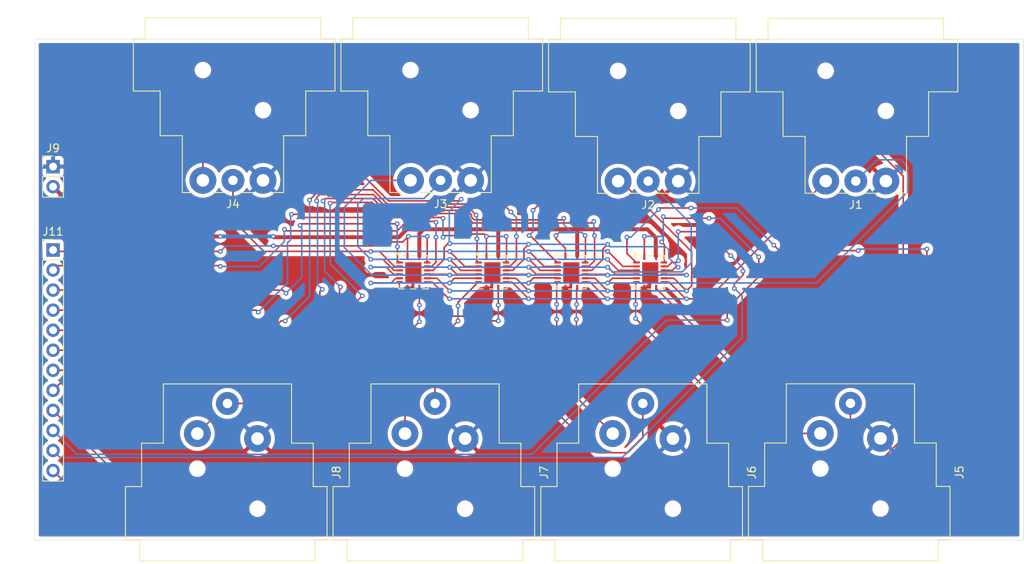
<source format=kicad_pcb>
(kicad_pcb (version 20240108) (generator "pcbnew") (generator_version "8.0")
  (layers (0 "F.Cu" signal) (31 "B.Cu" signal) (34 "B.Paste" user) (35 "F.Paste" user) (36 "B.SilkS" user "B.Silkscreen") (37 "F.SilkS" user "F.Silkscreen") (38 "B.Mask" user) (39 "F.Mask" user) (44 "Edge.Cuts" user))
  (net 0 "")
  (net 1 "Net-(U1-2S2)")
  (net 2 "Net-(U1-1~{EN})")
  (net 3 "Net-(U1-1S1)")
  (net 4 "Net-(U1-V+)")
  (net 5 "Net-(U1-2D)")
  (net 6 "Net-(U4-IN1)")
  (net 7 "Net-(U1-1D)")
  (net 8 "Net-(U1-1S3)")
  (net 9 "Net-(U1-IN1)")
  (net 10 "Net-(U1-2S4)")
  (net 11 "Net-(U1-2S1)")
  (net 12 "Net-(U1-2S3)")
  (net 13 "Net-(U2-1~{EN})")
  (net 14 "Net-(U1-1S4)")
  (net 15 "Net-(U2-2D)")
  (net 16 "Net-(U3-1~{EN})")
  (net 17 "Net-(U2-1D)")
  (net 18 "Net-(U4-1~{EN})")
  (net 19 "Net-(U3-IN2)")
  (net 20 "Net-(U4-IN2)")
  (net 21 "Net-(U3-1D)")
  (net 22 "Net-(U1-IN2)")
  (net 23 "Net-(U3-2D)")
  (net 24 "Net-(U3-IN1)")
  (net 25 "Net-(U2-IN1)")
  (net 26 "Net-(U4-2D)")
  (net 27 "Net-(U4-1D)")
  (net 28 "Net-(U2-IN2)")
  (net 29 "Net-(U1-1S2)")
  (net 30 "GND")
  (footprint "Connector_Audio:Jack_XLR_Neutrik_NC3FAH1-DA_Horizontal" (layer "F.Cu") (at 130.9 111.11 -90)
    (property "Reference" "J7")
    (property "Value" "XLR IN2")
  )
  (footprint "Connector_Audio:Jack_XLR_Neutrik_NC3MAAH-1_Horizontal" (layer "F.Cu") (at 105.3 78.4 180)
    (property "Reference" "J4")
    (property "Value" "XLR3")
  )
  (footprint "Package_DFN_QFN:Texas_RGY_R-PVQFN-N16_EP2.05x2.55mm" (layer "F.Cu") (at 154.35 90.05)
    (property "Reference" "U4" (hide yes))
    (property "Value" "TS3A5017RGY")
  )
  (footprint "Connector_Audio:Jack_XLR_Neutrik_NC3MAAH-1_Horizontal" (layer "F.Cu") (at 184.2 78.49 180)
    (property "Reference" "J1")
    (property "Value" "XLR3")
  )
  (footprint "Package_DFN_QFN:Texas_RGY_R-PVQFN-N16_EP2.05x2.55mm" (layer "F.Cu") (at 144.35 90.05)
    (property "Reference" "U3" (hide yes))
    (property "Value" "TS3A5017RGY")
  )
  (footprint "Package_DFN_QFN:Texas_RGY_R-PVQFN-N16_EP2.05x2.55mm" (layer "F.Cu") (at 134.35 90.05)
    (property "Reference" "U2" (hide yes))
    (property "Value" "TS3A5017RGY")
  )
  (footprint "Connector_Audio:Jack_XLR_Neutrik_NC3FAH1-DA_Horizontal" (layer "F.Cu") (at 183.52 111.09 -90)
    (property "Reference" "J5")
    (property "Value" "XLR IN4")
  )
  (footprint "Package_DFN_QFN:Texas_RGY_R-PVQFN-N16_EP2.05x2.55mm" (layer "F.Cu") (at 124.35 90.05)
    (property "Reference" "U1" (hide yes))
    (property "Value" "TS3A5017RGY")
  )
  (footprint "Connector_Audio:Jack_XLR_Neutrik_NC3MAAH-1_Horizontal" (layer "F.Cu") (at 157.9 78.5 180)
    (property "Reference" "J2")
    (property "Value" "XLR3")
  )
  (footprint "Connector_PinHeader_2.54mm:PinHeader_1x02_P2.54mm_Vertical" (layer "F.Cu") (at 78.7 76.66)
    (property "Reference" "J9")
    (property "Value" "PINHD_1x2_Male")
  )
  (footprint "Connector_Audio:Jack_XLR_Neutrik_NC3FAH1-DA_Horizontal" (layer "F.Cu") (at 157.22 111.11 -90)
    (property "Reference" "J6")
    (property "Value" "XLR IN3")
  )
  (footprint "Connector_Audio:Jack_XLR_Neutrik_NC3MAAH-1_Horizontal" (layer "F.Cu") (at 131.6 78.4 180)
    (property "Reference" "J3")
    (property "Value" "XLR3")
  )
  (footprint "Connector_Audio:Jack_XLR_Neutrik_NC3FAH1-DA_Horizontal" (layer "F.Cu") (at 104.6 111.11 -90)
    (property "Reference" "J8")
    (property "Value" "XLR IN1")
  )
  (footprint "Connector_PinHeader_2.54mm:PinHeader_1x12_P2.54mm_Vertical" (layer "F.Cu") (at 78.7 87.22)
    (property "Reference" "J11")
    (property "Value" "PINHD_1x12_Male")
  )
  (gr_rect (start 76.4 60.5) (end 201.6 124) (stroke (width 0.05)) (fill none) (layer "Edge.Cuts"))
  (segment (start 128.945 92.4) (end 127.345 90.8) (width 0.2) (layer "F.Cu") (net 1))
  (segment (start 148.945 92.4) (end 147.345 90.8) (width 0.2) (layer "F.Cu") (net 1))
  (segment (start 137.345 90.8) (end 136.145 90.8) (width 0.2) (layer "F.Cu") (net 1))
  (segment (start 150.9 78.5) (end 150.9 78.748529) (width 0.2) (layer "F.Cu") (net 1))
  (segment (start 158.945 92.4) (end 157.345 90.8) (width 0.2) (layer "F.Cu") (net 1))
  (segment (start 127.345 90.8) (end 126.145 90.8) (width 0.2) (layer "F.Cu") (net 1))
  (segment (start 138.945 92.4) (end 137.345 90.8) (width 0.2) (layer "F.Cu") (net 1))
  (segment (start 157.345 90.8) (end 156.145 90.8) (width 0.2) (layer "F.Cu") (net 1))
  (segment (start 159.6 87.448529) (end 159.6 91.745) (width 0.2) (layer "F.Cu") (net 1))
  (segment (start 147.345 90.8) (end 146.145 90.8) (width 0.2) (layer "F.Cu") (net 1))
  (segment (start 150.9 78.748529) (end 159.6 87.448529) (width 0.2) (layer "F.Cu") (net 1))
  (segment (start 159.6 91.745) (end 158.945 92.4) (width 0.2) (layer "F.Cu") (net 1))
  (segment (start 150.28 78.5) (end 150.9 78.5) (width 0.2) (layer "F.Cu") (net 1))
  (via (at 148.945 92.4) (size 0.6) (drill 0.3) (layers "F.Cu" "B.Cu") (net 1))
  (via (at 128.945 92.4) (size 0.6) (drill 0.3) (layers "F.Cu" "B.Cu") (net 1))
  (via (at 138.945 92.4) (size 0.6) (drill 0.3) (layers "F.Cu" "B.Cu") (net 1))
  (via (at 158.945 92.4) (size 0.6) (drill 0.3) (layers "F.Cu" "B.Cu") (net 1))
  (segment (start 158.945 92.4) (end 148.945 92.4) (width 0.2) (layer "B.Cu") (net 1))
  (segment (start 138.945 92.4) (end 148.945 92.4) (width 0.2) (layer "B.Cu") (net 1))
  (segment (start 128.945 92.4) (end 138.945 92.4) (width 0.2) (layer "B.Cu") (net 1))
  (segment (start 106.6 86.7) (end 121 86.7) (width 0.2) (layer "F.Cu") (net 2))
  (segment (start 78.88 87.4) (end 78.7 87.22) (width 0.2) (layer "F.Cu") (net 2))
  (segment (start 123 86.2) (end 123.7 85.5) (width 0.2) (layer "F.Cu") (net 2))
  (segment (start 123.6 85.6) (end 123.6 88.005) (width 0.2) (layer "F.Cu") (net 2))
  (segment (start 99.9 87.4) (end 78.88 87.4) (width 0.2) (layer "F.Cu") (net 2))
  (segment (start 126.1 85.5) (end 126.1 88.755) (width 0.2) (layer "F.Cu") (net 2))
  (segment (start 121.5 86.2) (end 123 86.2) (width 0.2) (layer "F.Cu") (net 2))
  (segment (start 123.7 85.5) (end 123.6 85.6) (width 0.2) (layer "F.Cu") (net 2))
  (segment (start 126.1 88.755) (end 126.145 88.8) (width 0.2) (layer "F.Cu") (net 2))
  (segment (start 121 86.7) (end 121.5 86.2) (width 0.2) (layer "F.Cu") (net 2))
  (via (at 106.6 86.7) (size 0.6) (drill 0.3) (layers "F.Cu" "B.Cu") (net 2))
  (via (at 126.1 85.5) (size 0.6) (drill 0.3) (layers "F.Cu" "B.Cu") (net 2))
  (via (at 99.9 87.4) (size 0.6) (drill 0.3) (layers "F.Cu" "B.Cu") (net 2))
  (via (at 123.7 85.5) (size 0.6) (drill 0.3) (layers "F.Cu" "B.Cu") (net 2))
  (segment (start 100.6 86.7) (end 106.6 86.7) (width 0.2) (layer "B.Cu") (net 2))
  (segment (start 99.9 87.4) (end 100.6 86.7) (width 0.2) (layer "B.Cu") (net 2))
  (segment (start 123.7 85.5) (end 126.1 85.5) (width 0.2) (layer "B.Cu") (net 2))
  (segment (start 142.504769 90.749769) (end 142.555 90.8) (width 0.2) (layer "F.Cu") (net 3))
  (segment (start 122.128663 90.8) (end 122.555 90.8) (width 0.2) (layer "F.Cu") (net 3))
  (segment (start 128.945 91.4) (end 129.545 90.8) (width 0.2) (layer "F.Cu") (net 3))
  (segment (start 129.545 90.8) (end 132.555 90.8) (width 0.2) (layer "F.Cu") (net 3))
  (segment (start 121.528663 91.4) (end 122.128663 90.8) (width 0.2) (layer "F.Cu") (net 3))
  (segment (start 148.945 91.4) (end 148.9725 91.4) (width 0.2) (layer "F.Cu") (net 3))
  (segment (start 118.945 91.4) (end 121.528663 91.4) (width 0.2) (layer "F.Cu") (net 3))
  (segment (start 139.572731 90.749769) (end 142.504769 90.749769) (width 0.2) (layer "F.Cu") (net 3))
  (segment (start 138.945 91.4) (end 138.945 91.3775) (width 0.2) (layer "F.Cu") (net 3))
  (segment (start 149.5725 90.8) (end 152.555 90.8) (width 0.2) (layer "F.Cu") (net 3))
  (segment (start 138.945 91.3775) (end 139.572731 90.749769) (width 0.2) (layer "F.Cu") (net 3))
  (segment (start 148.9725 91.4) (end 149.5725 90.8) (width 0.2) (layer "F.Cu") (net 3))
  (via (at 128.945 91.4) (size 0.6) (drill 0.3) (layers "F.Cu" "B.Cu") (net 3))
  (via (at 138.945 91.4) (size 0.6) (drill 0.3) (layers "F.Cu" "B.Cu") (net 3))
  (via (at 118.945 91.4) (size 0.6) (drill 0.3) (layers "F.Cu" "B.Cu") (net 3))
  (via (at 148.945 91.4) (size 0.6) (drill 0.3) (layers "F.Cu" "B.Cu") (net 3))
  (segment (start 138.945 91.4) (end 148.945 91.4) (width 0.2) (layer "B.Cu") (net 3))
  (segment (start 118.945 91.4) (end 128.945 91.4) (width 0.2) (layer "B.Cu") (net 3))
  (segment (start 186.1 75.8) (end 187 76.7) (width 0.2) (layer "B.Cu") (net 3))
  (segment (start 175.4 91.4) (end 148.945 91.4) (width 0.2) (layer "B.Cu") (net 3))
  (segment (start 183.08 75.8) (end 186.1 75.8) (width 0.2) (layer "B.Cu") (net 3))
  (segment (start 187 76.7) (end 187 79.8) (width 0.2) (layer "B.Cu") (net 3))
  (segment (start 187 79.8) (end 175.4 91.4) (width 0.2) (layer "B.Cu") (net 3))
  (segment (start 128.945 91.4) (end 138.945 91.4) (width 0.2) (layer "B.Cu") (net 3))
  (segment (start 180.39 78.49) (end 183.08 75.8) (width 0.2) (layer "B.Cu") (net 3))
  (segment (start 145.1 84.6) (end 145.1 88.005) (width 0.5) (layer "F.Cu") (net 4))
  (segment (start 135.1 84.6) (end 138.505 84.6) (width 0.5) (layer "F.Cu") (net 4))
  (segment (start 99.9 85.5) (end 85 85.5) (width 0.5) (layer "F.Cu") (net 4))
  (segment (start 125.1 85.145) (end 125.645 84.6) (width 0.5) (layer "F.Cu") (net 4))
  (segment (start 106.6 85.5) (end 106.7 85.6) (width 0.5) (layer "F.Cu") (net 4))
  (segment (start 141.695 84.6) (end 145.1 84.6) (width 0.5) (layer "F.Cu") (net 4))
  (segment (start 155.05 85.65) (end 154 84.6) (width 0.5) (layer "F.Cu") (net 4))
  (segment (start 106.7 85.6) (end 122.5 85.6) (width 0.5) (layer "F.Cu") (net 4))
  (segment (start 125.1 88.005) (end 125.1 85.145) (width 0.5) (layer "F.Cu") (net 4))
  (segment (start 85 85.5) (end 78.7 79.2) (width 0.5) (layer "F.Cu") (net 4))
  (segment (start 135.1 88.005) (end 135.1 84.6) (width 0.5) (layer "F.Cu") (net 4))
  (segment (start 154 84.6) (end 141.695 84.6) (width 0.5) (layer "F.Cu") (net 4))
  (segment (start 155.05 87.955) (end 155.05 85.65) (width 0.5) (layer "F.Cu") (net 4))
  (segment (start 122.5 85.6) (end 123.5 84.6) (width 0.5) (layer "F.Cu") (net 4))
  (segment (start 125.645 84.6) (end 138.505 84.6) (width 0.5) (layer "F.Cu") (net 4))
  (segment (start 138.505 84.6) (end 141.695 84.6) (width 0.5) (layer "F.Cu") (net 4))
  (segment (start 123.5 84.6) (end 125.645 84.6) (width 0.5) (layer "F.Cu") (net 4))
  (segment (start 155.1 88.005) (end 155.05 87.955) (width 0.5) (layer "F.Cu") (net 4))
  (via (at 99.9 85.5) (size 0.6) (drill 0.3) (layers "F.Cu" "B.Cu") (net 4))
  (via (at 106.6 85.5) (size 0.6) (drill 0.3) (layers "F.Cu" "B.Cu") (net 4))
  (segment (start 99.9 85.5) (end 106.6 85.5) (width 0.5) (layer "B.Cu") (net 4))
  (segment (start 125.1 94.2) (end 125.1 92.095) (width 0.2) (layer "F.Cu") (net 5))
  (segment (start 112.625 108.775) (end 125.1 96.3) (width 0.2) (layer "F.Cu") (net 5))
  (segment (start 98.68 108.775) (end 112.625 108.775) (width 0.2) (layer "F.Cu") (net 5))
  (segment (start 96.98 110.475) (end 98.68 108.775) (width 0.2) (layer "F.Cu") (net 5))
  (via (at 125.1 96.3) (size 0.6) (drill 0.3) (layers "F.Cu" "B.Cu") (net 5))
  (via (at 125.1 94.2) (size 0.6) (drill 0.3) (layers "F.Cu" "B.Cu") (net 5))
  (segment (start 125.1 96.3) (end 125.1 94.2) (width 0.2) (layer "B.Cu") (net 5))
  (segment (start 156.571337 89.3) (end 156.145 89.3) (width 0.2) (layer "F.Cu") (net 6))
  (segment (start 157.917017 88.582983) (end 157.7 88.8) (width 0.2) (layer "F.Cu") (net 6))
  (segment (start 165 91.5) (end 166.1 90.4) (width 0.2) (layer "F.Cu") (net 6))
  (segment (start 161.5 84.9) (end 157.9 84.9) (width 0.2) (layer "F.Cu") (net 6))
  (segment (start 157.7 88.8) (end 157.071337 88.8) (width 0.2) (layer "F.Cu") (net 6))
  (segment (start 166.1 90.4) (end 166.1 89.9) (width 0.2) (layer "F.Cu") (net 6))
  (segment (start 165 92.1) (end 165 91.5) (width 0.2) (layer "F.Cu") (net 6))
  (segment (start 157.071337 88.8) (end 156.571337 89.3) (width 0.2) (layer "F.Cu") (net 6))
  (segment (start 164.55 87.95) (end 161.5 84.9) (width 0.2) (layer "F.Cu") (net 6))
  (via (at 165 92.1) (size 0.6) (drill 0.3) (layers "F.Cu" "B.Cu") (net 6))
  (via (at 157.917017 88.582983) (size 0.6) (drill 0.3) (layers "F.Cu" "B.Cu") (net 6))
  (via (at 166.1 89.9) (size 0.6) (drill 0.3) (layers "F.Cu" "B.Cu") (net 6))
  (via (at 157.9 84.9) (size 0.6) (drill 0.3) (layers "F.Cu" "B.Cu") (net 6))
  (via (at 164.55 87.95) (size 0.6) (drill 0.3) (layers "F.Cu" "B.Cu") (net 6))
  (segment (start 150.79 113.51) (end 79.59 113.51) (width 0.2) (layer "B.Cu") (net 6))
  (segment (start 157.9 88.565966) (end 157.9 84.9) (width 0.2) (layer "B.Cu") (net 6))
  (segment (start 166.1 89.5) (end 166.1 89.9) (width 0.2) (layer "B.Cu") (net 6))
  (segment (start 166 93.051471) (end 166 98.3) (width 0.2) (layer "B.Cu") (net 6))
  (segment (start 165 92.1) (end 165.048529 92.1) (width 0.2) (layer "B.Cu") (net 6))
  (segment (start 79.59 113.51) (end 78.7 112.62) (width 0.2) (layer "B.Cu") (net 6))
  (segment (start 157.917017 88.582983) (end 157.9 88.565966) (width 0.2) (layer "B.Cu") (net 6))
  (segment (start 166 98.3) (end 150.79 113.51) (width 0.2) (layer "B.Cu") (net 6))
  (segment (start 165.048529 92.1) (end 166 93.051471) (width 0.2) (layer "B.Cu") (net 6))
  (segment (start 164.55 87.95) (end 166.1 89.5) (width 0.2) (layer "B.Cu") (net 6))
  (segment (start 110.84 106.66) (end 122.555 94.945) (width 0.2) (layer "F.Cu") (net 7))
  (segment (start 100.79 106.66) (end 110.84 106.66) (width 0.2) (layer "F.Cu") (net 7))
  (segment (start 122.555 94.945) (end 122.555 91.3) (width 0.2) (layer "F.Cu") (net 7))
  (segment (start 118.945 88.4) (end 120.479314 88.4) (width 0.2) (layer "F.Cu") (net 8))
  (segment (start 130.345 89.8) (end 132.555 89.8) (width 0.2) (layer "F.Cu") (net 8))
  (segment (start 140.4 89.8) (end 142.555 89.8) (width 0.2) (layer "F.Cu") (net 8))
  (segment (start 128.945 88.4) (end 130.345 89.8) (width 0.2) (layer "F.Cu") (net 8))
  (segment (start 148.945 88.445) (end 150.3 89.8) (width 0.2) (layer "F.Cu") (net 8))
  (segment (start 148.945 88.4) (end 148.945 88.445) (width 0.2) (layer "F.Cu") (net 8))
  (segment (start 139 88.4) (end 140.4 89.8) (width 0.2) (layer "F.Cu") (net 8))
  (segment (start 138.945009 88.4) (end 139 88.4) (width 0.2) (layer "F.Cu") (net 8))
  (segment (start 121.879314 89.8) (end 122.555 89.8) (width 0.2) (layer "F.Cu") (net 8))
  (segment (start 120.479314 88.4) (end 121.879314 89.8) (width 0.2) (layer "F.Cu") (net 8))
  (segment (start 150.3 89.8) (end 152.555 89.8) (width 0.2) (layer "F.Cu") (net 8))
  (via (at 148.945 88.4) (size 0.6) (drill 0.3) (layers "F.Cu" "B.Cu") (net 8))
  (via (at 138.945009 88.4) (size 0.6) (drill 0.3) (layers "F.Cu" "B.Cu") (net 8))
  (via (at 118.945 88.4) (size 0.6) (drill 0.3) (layers "F.Cu" "B.Cu") (net 8))
  (via (at 128.945 88.4) (size 0.6) (drill 0.3) (layers "F.Cu" "B.Cu") (net 8))
  (segment (start 138.945009 88.4) (end 148.945 88.4) (width 0.2) (layer "B.Cu") (net 8))
  (segment (start 117.3 81.4) (end 117.3 86.755) (width 0.2) (layer "B.Cu") (net 8))
  (segment (start 125.7 80.7) (end 118 80.7) (width 0.2) (layer "B.Cu") (net 8))
  (segment (start 117.3 86.755) (end 118.945 88.4) (width 0.2) (layer "B.Cu") (net 8))
  (segment (start 127.79 78.61) (end 125.7 80.7) (width 0.2) (layer "B.Cu") (net 8))
  (segment (start 118 80.7) (end 117.3 81.4) (width 0.2) (layer "B.Cu") (net 8))
  (segment (start 128.945 88.4) (end 138.945009 88.4) (width 0.2) (layer "B.Cu") (net 8))
  (segment (start 127.79 78.4) (end 127.79 78.61) (width 0.2) (layer "B.Cu") (net 8))
  (segment (start 118.945 88.4) (end 128.945 88.4) (width 0.2) (layer "B.Cu") (net 8))
  (segment (start 122.3 84.8) (end 108.2 84.8) (width 0.2) (layer "F.Cu") (net 9))
  (segment (start 108.2 84.8) (end 108 84.6) (width 0.2) (layer "F.Cu") (net 9))
  (segment (start 126.671799 89.3) (end 126.145 89.3) (width 0.2) (layer "F.Cu") (net 9))
  (segment (start 99.8 89.2) (end 79.26 89.2) (width 0.2) (layer "F.Cu") (net 9))
  (segment (start 99.9 89.3) (end 99.8 89.2) (width 0.2) (layer "F.Cu") (net 9))
  (segment (start 127.2 83.7) (end 127.1 83.6) (width 0.2) (layer "F.Cu") (net 9))
  (segment (start 79.26 89.2) (end 78.7 89.76) (width 0.2) (layer "F.Cu") (net 9))
  (segment (start 127.2 85.6) (end 127.2 88.771799) (width 0.2) (layer "F.Cu") (net 9))
  (segment (start 127.1 83.6) (end 123.5 83.6) (width 0.2) (layer "F.Cu") (net 9))
  (segment (start 123.5 83.6) (end 122.3 84.8) (width 0.2) (layer "F.Cu") (net 9))
  (segment (start 127.2 88.771799) (end 126.671799 89.3) (width 0.2) (layer "F.Cu") (net 9))
  (via (at 108 84.6) (size 0.6) (drill 0.3) (layers "F.Cu" "B.Cu") (net 9))
  (via (at 127.2 85.6) (size 0.6) (drill 0.3) (layers "F.Cu" "B.Cu") (net 9))
  (via (at 99.9 89.3) (size 0.6) (drill 0.3) (layers "F.Cu" "B.Cu") (net 9))
  (via (at 127.2 83.7) (size 0.6) (drill 0.3) (layers "F.Cu" "B.Cu") (net 9))
  (segment (start 108 84.6) (end 108 86.148529) (width 0.2) (layer "B.Cu") (net 9))
  (segment (start 127.2 83.7) (end 127.2 85.6) (width 0.2) (layer "B.Cu") (net 9))
  (segment (start 104.848529 89.3) (end 99.9 89.3) (width 0.2) (layer "B.Cu") (net 9))
  (segment (start 108 86.148529) (end 104.848529 89.3) (width 0.2) (layer "B.Cu") (net 9))
  (segment (start 128.245 86.9) (end 128.245 88.4) (width 0.2) (layer "F.Cu") (net 10))
  (segment (start 128.745 86.4) (end 128.245 86.9) (width 0.2) (layer "F.Cu") (net 10))
  (segment (start 97.68 75.02) (end 97.68 78.4) (width 0.2) (layer "F.Cu") (net 10))
  (segment (start 138.345 87.1) (end 138.345 88.4) (width 0.2) (layer "F.Cu") (net 10))
  (segment (start 98.7 74) (end 97.68 75.02) (width 0.2) (layer "F.Cu") (net 10))
  (segment (start 128.945 86.4) (end 128.745 86.4) (width 0.2) (layer "F.Cu") (net 10))
  (segment (start 148.345 87.1) (end 148.345 88.4) (width 0.2) (layer "F.Cu") (net 10))
  (segment (start 157.885504 89.4) (end 157.545 89.4) (width 0.2) (layer "F.Cu") (net 10))
  (segment (start 146.945 89.8) (end 146.145 89.8) (width 0.2) (layer "F.Cu") (net 10))
  (segment (start 136.945 89.8) (end 136.145 89.8) (width 0.2) (layer "F.Cu") (net 10))
  (segment (start 126.845 89.8) (end 126.145 89.8) (width 0.2) (layer "F.Cu") (net 10))
  (segment (start 138.945 86.5) (end 138.345 87.1) (width 0.2) (layer "F.Cu") (net 10))
  (segment (start 128.245 88.4) (end 126.845 89.8) (width 0.2) (layer "F.Cu") (net 10))
  (segment (start 157.145 89.8) (end 156.145 89.8) (width 0.2) (layer "F.Cu") (net 10))
  (segment (start 138.345 88.4) (end 136.945 89.8) (width 0.2) (layer "F.Cu") (net 10))
  (segment (start 148.345 88.4) (end 146.945 89.8) (width 0.2) (layer "F.Cu") (net 10))
  (segment (start 130.2 81) (end 121.2 81) (width 0.2) (layer "F.Cu") (net 10))
  (segment (start 157.545 89.4) (end 157.145 89.8) (width 0.2) (layer "F.Cu") (net 10))
  (segment (start 130.4 80.8) (end 130.2 81) (width 0.2) (layer "F.Cu") (net 10))
  (segment (start 148.945 86.5) (end 148.345 87.1) (width 0.2) (layer "F.Cu") (net 10))
  (segment (start 114.2 74) (end 98.7 74) (width 0.2) (layer "F.Cu") (net 10))
  (segment (start 121.2 81) (end 114.2 74) (width 0.2) (layer "F.Cu") (net 10))
  (via (at 148.945 86.5) (size 0.6) (drill 0.3) (layers "F.Cu" "B.Cu") (net 10))
  (via (at 128.945 86.4) (size 0.6) (drill 0.3) (layers "F.Cu" "B.Cu") (net 10))
  (via (at 157.885504 89.4) (size 0.6) (drill 0.3) (layers "F.Cu" "B.Cu") (net 10))
  (via (at 138.945 86.5) (size 0.6) (drill 0.3) (layers "F.Cu" "B.Cu") (net 10))
  (via (at 130.4 80.8) (size 0.6) (drill 0.3) (layers "F.Cu" "B.Cu") (net 10))
  (segment (start 156.7 88.214496) (end 156.7 87.2) (width 0.2) (layer "B.Cu") (net 10))
  (segment (start 128.9 86.355) (end 128.945 86.4) (width 0.2) (layer "B.Cu") (net 10))
  (segment (start 138.945 86.5) (end 138.945021 86.499979) (width 0.2) (layer "B.Cu") (net 10))
  (segment (start 157.885504 89.4) (end 156.7 88.214496) (width 0.2) (layer "B.Cu") (net 10))
  (segment (start 149.245 86.8) (end 148.945 86.5) (width 0.2) (layer "B.Cu") (net 10))
  (segment (start 156.3 86.8) (end 149.245 86.8) (width 0.2) (layer "B.Cu") (net 10))
  (segment (start 138.945021 86.499979) (end 148.944979 86.499979) (width 0.2) (layer "B.Cu") (net 10))
  (segment (start 128.9 82.3) (end 128.9 86.355) (width 0.2) (layer "B.Cu") (net 10))
  (segment (start 148.944979 86.499979) (end 148.945 86.5) (width 0.2) (layer "B.Cu") (net 10))
  (segment (start 138.845 86.4) (end 138.945 86.5) (width 0.2) (layer "B.Cu") (net 10))
  (segment (start 130.4 80.8) (end 128.9 82.3) (width 0.2) (layer "B.Cu") (net 10))
  (segment (start 156.7 87.2) (end 156.3 86.8) (width 0.2) (layer "B.Cu") (net 10))
  (segment (start 128.945 86.4) (end 138.845 86.4) (width 0.2) (layer "B.Cu") (net 10))
  (segment (start 148.845 93.4) (end 146.745 91.3) (width 0.2) (layer "F.Cu") (net 11))
  (segment (start 156.745 91.3) (end 156.145 91.3) (width 0.2) (layer "F.Cu") (net 11))
  (segment (start 176.58 78.49) (end 161.67 93.4) (width 0.2) (layer "F.Cu") (net 11))
  (segment (start 128.945 93.4) (end 128.845 93.4) (width 0.2) (layer "F.Cu") (net 11))
  (segment (start 146.745 91.3) (end 146.145 91.3) (width 0.2) (layer "F.Cu") (net 11))
  (segment (start 161.67 93.4) (end 158.945 93.4) (width 0.2) (layer "F.Cu") (net 11))
  (segment (start 136.845 91.3) (end 136.145 91.3) (width 0.2) (layer "F.Cu") (net 11))
  (segment (start 126.745 91.3) (end 126.145 91.3) (width 0.2) (layer "F.Cu") (net 11))
  (segment (start 158.945 93.4) (end 158.845 93.4) (width 0.2) (layer "F.Cu") (net 11))
  (segment (start 138.945 93.4) (end 136.845 91.3) (width 0.2) (layer "F.Cu") (net 11))
  (segment (start 158.845 93.4) (end 156.745 91.3) (width 0.2) (layer "F.Cu") (net 11))
  (segment (start 148.945 93.4) (end 148.845 93.4) (width 0.2) (layer "F.Cu") (net 11))
  (segment (start 128.845 93.4) (end 126.745 91.3) (width 0.2) (layer "F.Cu") (net 11))
  (via (at 148.945 93.4) (size 0.6) (drill 0.3) (layers "F.Cu" "B.Cu") (net 11))
  (via (at 128.945 93.4) (size 0.6) (drill 0.3) (layers "F.Cu" "B.Cu") (net 11))
  (via (at 138.945 93.4) (size 0.6) (drill 0.3) (layers "F.Cu" "B.Cu") (net 11))
  (via (at 158.945 93.4) (size 0.6) (drill 0.3) (layers "F.Cu" "B.Cu") (net 11))
  (segment (start 138.945 93.4) (end 148.945 93.4) (width 0.2) (layer "B.Cu") (net 11))
  (segment (start 158.945 93.4) (end 148.945 93.4) (width 0.2) (layer "B.Cu") (net 11))
  (segment (start 128.945 93.4) (end 138.945 93.4) (width 0.2) (layer "B.Cu") (net 11))
  (segment (start 158.845 90.3) (end 156.145 90.3) (width 0.2) (layer "F.Cu") (net 12))
  (segment (start 148.945 90.4) (end 148.845 90.3) (width 0.2) (layer "F.Cu") (net 12))
  (segment (start 138.945 90.4) (end 138.845 90.3) (width 0.2) (layer "F.Cu") (net 12))
  (segment (start 148.845 90.3) (end 146.145 90.3) (width 0.2) (layer "F.Cu") (net 12))
  (segment (start 138.845 90.3) (end 136.145 90.3) (width 0.2) (layer "F.Cu") (net 12))
  (segment (start 158.945 90.4) (end 158.845 90.3) (width 0.2) (layer "F.Cu") (net 12))
  (segment (start 128.945 90.4) (end 128.845 90.3) (width 0.2) (layer "F.Cu") (net 12))
  (segment (start 128.845 90.3) (end 126.145 90.3) (width 0.2) (layer "F.Cu") (net 12))
  (via (at 138.945 90.4) (size 0.6) (drill 0.3) (layers "F.Cu" "B.Cu") (net 12))
  (via (at 158.945 90.4) (size 0.6) (drill 0.3) (layers "F.Cu" "B.Cu") (net 12))
  (via (at 128.945 90.4) (size 0.6) (drill 0.3) (layers "F.Cu" "B.Cu") (net 12))
  (via (at 148.945 90.4) (size 0.6) (drill 0.3) (layers "F.Cu" "B.Cu") (net 12))
  (segment (start 119 78.4) (end 115.6 81.8) (width 0.2) (layer "B.Cu") (net 12))
  (segment (start 128.945 90.4) (end 138.945 90.4) (width 0.2) (layer "B.Cu") (net 12))
  (segment (start 138.945 90.4) (end 148.945 90.4) (width 0.2) (layer "B.Cu") (net 12))
  (segment (start 123.98 78.4) (end 119 78.4) (width 0.2) (layer "B.Cu") (net 12))
  (segment (start 158.945 90.4) (end 148.945 90.4) (width 0.2) (layer "B.Cu") (net 12))
  (segment (start 115.6 86.903529) (end 119.096471 90.4) (width 0.2) (layer "B.Cu") (net 12))
  (segment (start 115.6 81.8) (end 115.6 86.903529) (width 0.2) (layer "B.Cu") (net 12))
  (segment (start 119.096471 90.4) (end 128.945 90.4) (width 0.2) (layer "B.Cu") (net 12))
  (segment (start 136.145 88.8) (end 136.145 85.545) (width 0.2) (layer "F.Cu") (net 13))
  (segment (start 104.7 95.1) (end 104.44 94.84) (width 0.2) (layer "F.Cu") (net 13))
  (segment (start 131.837454 85.2) (end 133.3 85.2) (width 0.2) (layer "F.Cu") (net 13))
  (segment (start 131.637454 85.4) (end 131.837454 85.2) (width 0.2) (layer "F.Cu") (net 13))
  (segment (start 128.1 83.2) (end 128 83.1) (width 0.2) (layer "F.Cu") (net 13))
  (segment (start 110.151471 83.1) (end 109.751471 82.7) (width 0.2) (layer "F.Cu") (net 13))
  (segment (start 133.6 85.5) (end 133.6 88.005) (width 0.2) (layer "F.Cu") (net 13))
  (segment (start 128.3 85.4) (end 131.637454 85.4) (width 0.2) (layer "F.Cu") (net 13))
  (segment (start 128.1 85.6) (end 128.3 85.4) (width 0.2) (layer "F.Cu") (net 13))
  (segment (start 109.751471 82.7) (end 108.9 82.7) (width 0.2) (layer "F.Cu") (net 13))
  (segment (start 128 83.1) (end 110.151471 83.1) (width 0.2) (layer "F.Cu") (net 13))
  (segment (start 136.145 85.545) (end 136.1 85.5) (width 0.2) (layer "F.Cu") (net 13))
  (segment (start 133.3 85.2) (end 133.6 85.5) (width 0.2) (layer "F.Cu") (net 13))
  (segment (start 104.44 94.84) (end 78.7 94.84) (width 0.2) (layer "F.Cu") (net 13))
  (via (at 136.1 85.5) (size 0.6) (drill 0.3) (layers "F.Cu" "B.Cu") (net 13))
  (via (at 104.7 95.1) (size 0.6) (drill 0.3) (layers "F.Cu" "B.Cu") (net 13))
  (via (at 128.1 85.6) (size 0.6) (drill 0.3) (layers "F.Cu" "B.Cu") (net 13))
  (via (at 108.9 82.7) (size 0.6) (drill 0.3) (layers "F.Cu" "B.Cu") (net 13))
  (via (at 133.6 85.5) (size 0.6) (drill 0.3) (layers "F.Cu" "B.Cu") (net 13))
  (via (at 128.1 83.2) (size 0.6) (drill 0.3) (layers "F.Cu" "B.Cu") (net 13))
  (segment (start 108.797118 85.917096) (end 108.4 86.314214) (width 0.2) (layer "B.Cu") (net 13))
  (segment (start 108.4 86.314214) (end 108.4 91.4) (width 0.2) (layer "B.Cu") (net 13))
  (segment (start 108.4 91.4) (end 104.7 95.1) (width 0.2) (layer "B.Cu") (net 13))
  (segment (start 108.9 82.7) (end 108.797118 82.802882) (width 0.2) (layer "B.Cu") (net 13))
  (segment (start 108.797118 82.802882) (end 108.797118 85.917096) (width 0.2) (layer "B.Cu") (net 13))
  (segment (start 128.1 83.2) (end 128.1 85.6) (width 0.2) (layer "B.Cu") (net 13))
  (segment (start 136.1 85.5) (end 133.6 85.5) (width 0.2) (layer "B.Cu") (net 13))
  (segment (start 101.49 78.4) (end 101.49 83.49) (width 0.2) (layer "F.Cu") (net 14))
  (segment (start 103.3 85.3) (end 105.4 87.4) (width 0.2) (layer "F.Cu") (net 14))
  (segment (start 149 87.4) (end 150.9 89.3) (width 0.2) (layer "F.Cu") (net 14))
  (segment (start 105.4 87.4) (end 118.945 87.4) (width 0.2) (layer "F.Cu") (net 14))
  (segment (start 103.3 85.251471) (end 103.3 85.3) (width 0.2) (layer "F.Cu") (net 14))
  (segment (start 128.945 87.4) (end 130.845 89.3) (width 0.2) (layer "F.Cu") (net 14))
  (segment (start 150.9 89.3) (end 152.555 89.3) (width 0.2) (layer "F.Cu") (net 14))
  (segment (start 102.948529 84.9) (end 103.3 85.251471) (width 0.2) (layer "F.Cu") (net 14))
  (segment (start 118.945 87.4) (end 120.045 87.4) (width 0.2) (layer "F.Cu") (net 14))
  (segment (start 140.9 89.3) (end 142.555 89.3) (width 0.2) (layer "F.Cu") (net 14))
  (segment (start 120.045 87.4) (end 121.945 89.3) (width 0.2) (layer "F.Cu") (net 14))
  (segment (start 121.945 89.3) (end 122.555 89.3) (width 0.2) (layer "F.Cu") (net 14))
  (segment (start 130.845 89.3) (end 132.555 89.3) (width 0.2) (layer "F.Cu") (net 14))
  (segment (start 139 87.4) (end 140.9 89.3) (width 0.2) (layer "F.Cu") (net 14))
  (segment (start 148.945 87.4) (end 149 87.4) (width 0.2) (layer "F.Cu") (net 14))
  (segment (start 101.49 83.49) (end 102.9 84.9) (width 0.2) (layer "F.Cu") (net 14))
  (segment (start 138.945009 87.4) (end 139 87.4) (width 0.2) (layer "F.Cu") (net 14))
  (segment (start 102.9 84.9) (end 102.948529 84.9) (width 0.2) (layer "F.Cu") (net 14))
  (via (at 128.945 87.4) (size 0.6) (drill 0.3) (layers "F.Cu" "B.Cu") (net 14))
  (via (at 118.945 87.4) (size 0.6) (drill 0.3) (layers "F.Cu" "B.Cu") (net 14))
  (via (at 148.945 87.4) (size 0.6) (drill 0.3) (layers "F.Cu" "B.Cu") (net 14))
  (via (at 138.945009 87.4) (size 0.6) (drill 0.3) (layers "F.Cu" "B.Cu") (net 14))
  (segment (start 128.945 87.4) (end 118.945 87.4) (width 0.2) (layer "B.Cu") (net 14))
  (segment (start 128.945 87.4) (end 138.945009 87.4) (width 0.2) (layer "B.Cu") (net 14))
  (segment (start 148.844982 87.299982) (end 148.945 87.4) (width 0.2) (layer "B.Cu") (net 14))
  (segment (start 139.045027 87.299982) (end 148.844982 87.299982) (width 0.2) (layer "B.Cu") (net 14))
  (segment (start 138.945009 87.4) (end 139.045027 87.299982) (width 0.2) (layer "B.Cu") (net 14))
  (segment (start 135.1 96.2) (end 131.4 96.2) (width 0.2) (layer "F.Cu") (net 15))
  (segment (start 123.28 100.12) (end 123.28 110.475) (width 0.2) (layer "F.Cu") (net 15))
  (segment (start 127.8 95.6) (end 123.28 100.12) (width 0.2) (layer "F.Cu") (net 15))
  (segment (start 131.4 96.2) (end 130.8 95.6) (width 0.2) (layer "F.Cu") (net 15))
  (segment (start 130.8 95.6) (end 127.8 95.6) (width 0.2) (layer "F.Cu") (net 15))
  (segment (start 135.1 94.2) (end 135.1 92.095) (width 0.2) (layer "F.Cu") (net 15))
  (via (at 135.1 96.2) (size 0.6) (drill 0.3) (layers "F.Cu" "B.Cu") (net 15))
  (via (at 135.1 94.2) (size 0.6) (drill 0.3) (layers "F.Cu" "B.Cu") (net 15))
  (segment (start 135.1 96.2) (end 135.1 94.2) (width 0.2) (layer "B.Cu") (net 15))
  (segment (start 112.9 81) (end 113.2 80.7) (width 0.2) (layer "F.Cu") (net 16))
  (segment (start 131.134314 82.2) (end 131.7 82.765686) (width 0.2) (layer "F.Cu") (net 16))
  (segment (start 119.202942 80.7) (end 120.702942 82.2) (width 0.2) (layer "F.Cu") (net 16))
  (segment (start 146.145 85.445) (end 146.1 85.4) (width 0.2) (layer "F.Cu") (net 16))
  (segment (start 120.702942 82.2) (end 131.134314 82.2) (width 0.2) (layer "F.Cu") (net 16))
  (segment (start 131.7 82.765686) (end 131.7 83.048529) (width 0.2) (layer "F.Cu") (net 16))
  (segment (start 146.145 88.8) (end 146.145 85.445) (width 0.2) (layer "F.Cu") (net 16))
  (segment (start 113.2 80.7) (end 119.202942 80.7) (width 0.2) (layer "F.Cu") (net 16))
  (segment (start 143.6 87) (end 143.6 88.005) (width 0.2) (layer "F.Cu") (net 16))
  (segment (start 131.7 83.048529) (end 132.051471 83.4) (width 0.2) (layer "F.Cu") (net 16))
  (segment (start 115.1 91.9) (end 115 92) (width 0.2) (layer "F.Cu") (net 16))
  (segment (start 115 95.4) (end 107.94 102.46) (width 0.2) (layer "F.Cu") (net 16))
  (segment (start 143.2 83.4) (end 143.4 83.2) (width 0.2) (layer "F.Cu") (net 16))
  (segment (start 142.4 85.8) (end 143.6 87) (width 0.2) (layer "F.Cu") (net 16))
  (segment (start 107.94 102.46) (end 78.7 102.46) (width 0.2) (layer "F.Cu") (net 16))
  (segment (start 142.4 85.4) (end 142.4 85.8) (width 0.2) (layer "F.Cu") (net 16))
  (segment (start 115 92) (end 115 95.4) (width 0.2) (layer "F.Cu") (net 16))
  (segment (start 132.051471 83.4) (end 143.2 83.4) (width 0.2) (layer "F.Cu") (net 16))
  (via (at 146.1 85.4) (size 0.6) (drill 0.3) (layers "F.Cu" "B.Cu") (net 16))
  (via (at 112.9 81) (size 0.6) (drill 0.3) (layers "F.Cu" "B.Cu") (net 16))
  (via (at 115.1 91.9) (size 0.6) (drill 0.3) (layers "F.Cu" "B.Cu") (net 16))
  (via (at 142.4 85.4) (size 0.6) (drill 0.3) (layers "F.Cu" "B.Cu") (net 16))
  (via (at 143.4 83.2) (size 0.6) (drill 0.3) (layers "F.Cu" "B.Cu") (net 16))
  (segment (start 143.4 84) (end 143.4 83.2) (width 0.2) (layer "B.Cu") (net 16))
  (segment (start 142.8 85) (end 142.4 85.4) (width 0.2) (layer "B.Cu") (net 16))
  (segment (start 113.1 81.2) (end 112.9 81) (width 0.2) (layer "B.Cu") (net 16))
  (segment (start 142.8 85) (end 144.4 85) (width 0.2) (layer "B.Cu") (net 16))
  (segment (start 144.4 85) (end 143.4 84) (width 0.2) (layer "B.Cu") (net 16))
  (segment (start 113.1 89.9) (end 113.1 81.2) (width 0.2) (layer "B.Cu") (net 16))
  (segment (start 115.1 91.9) (end 113.1 89.9) (width 0.2) (layer "B.Cu") (net 16))
  (segment (start 145.7 85) (end 142.8 85) (width 0.2) (layer "B.Cu") (net 16))
  (segment (start 146.1 85.4) (end 145.7 85) (width 0.2) (layer "B.Cu") (net 16))
  (segment (start 130 94.3) (end 130 93.855) (width 0.2) (layer "F.Cu") (net 17))
  (segment (start 127.09 106.66) (end 127.09 99.11) (width 0.2) (layer "F.Cu") (net 17))
  (segment (start 130 93.855) (end 132.555 91.3) (width 0.2) (layer "F.Cu") (net 17))
  (segment (start 127.09 99.11) (end 130 96.2) (width 0.2) (layer "F.Cu") (net 17))
  (via (at 130 96.2) (size 0.6) (drill 0.3) (layers "F.Cu" "B.Cu") (net 17))
  (via (at 130 94.3) (size 0.6) (drill 0.3) (layers "F.Cu" "B.Cu") (net 17))
  (segment (start 130 96.2) (end 130 94.3) (width 0.2) (layer "B.Cu") (net 17))
  (segment (start 156.2 83.2) (end 156 83) (width 0.2) (layer "F.Cu") (net 18))
  (segment (start 168.1 90.6) (end 168.1 88.1) (width 0.2) (layer "F.Cu") (net 18))
  (segment (start 164.1 96.1) (end 164.1 94.6) (width 0.2) (layer "F.Cu") (net 18))
  (segment (start 164.1 94.6) (end 168.1 90.6) (width 0.2) (layer "F.Cu") (net 18))
  (segment (start 153.6 88.005) (end 153.6 85.5) (width 0.2) (layer "F.Cu") (net 18))
  (segment (start 156.145 86.545) (end 156.145 88.8) (width 0.2) (layer "F.Cu") (net 18))
  (segment (start 161.8 83.2) (end 156.2 83.2) (width 0.2) (layer "F.Cu") (net 18))
  (segment (start 155.8 86.2) (end 156.145 86.545) (width 0.2) (layer "F.Cu") (net 18))
  (via (at 153.6 85.5) (size 0.6) (drill 0.3) (layers "F.Cu" "B.Cu") (net 18))
  (via (at 156 83) (size 0.6) (drill 0.3) (layers "F.Cu" "B.Cu") (net 18))
  (via (at 155.8 86.2) (size 0.6) (drill 0.3) (layers "F.Cu" "B.Cu") (net 18))
  (via (at 164.1 96.1) (size 0.6) (drill 0.3) (layers "F.Cu" "B.Cu") (net 18))
  (via (at 168.1 88.1) (size 0.6) (drill 0.3) (layers "F.Cu" "B.Cu") (net 18))
  (via (at 161.8 83.2) (size 0.6) (drill 0.3) (layers "F.Cu" "B.Cu") (net 18))
  (segment (start 81.73 113.11) (end 78.7 110.08) (width 0.2) (layer "B.Cu") (net 18))
  (segment (start 156 85.5) (end 156 83) (width 0.2) (layer "B.Cu") (net 18))
  (segment (start 164.1 96.1) (end 156.4 96.1) (width 0.2) (layer "B.Cu") (net 18))
  (segment (start 163.2 83.2) (end 161.8 83.2) (width 0.2) (layer "B.Cu") (net 18))
  (segment (start 155.8 86.2) (end 156 86) (width 0.2) (layer "B.Cu") (net 18))
  (segment (start 139.39 113.11) (end 81.73 113.11) (width 0.2) (layer "B.Cu") (net 18))
  (segment (start 156.4 96.1) (end 139.39 113.11) (width 0.2) (layer "B.Cu") (net 18))
  (segment (start 168.1 88.1) (end 163.2 83.2) (width 0.2) (layer "B.Cu") (net 18))
  (segment (start 156 86) (end 156 85.5) (width 0.2) (layer "B.Cu") (net 18))
  (segment (start 156 85.5) (end 153.6 85.5) (width 0.2) (layer "B.Cu") (net 18))
  (segment (start 181.368428 116.07) (end 186.4 111.038428) (width 0.2) (layer "F.Cu") (net 19))
  (segment (start 78.7 107.54) (end 87.23 116.07) (width 0.2) (layer "F.Cu") (net 19))
  (segment (start 186.4 111.038428) (end 186.4 77.861572) (width 0.2) (layer "F.Cu") (net 19))
  (segment (start 183.038428 74.5) (end 147.2 74.5) (width 0.2) (layer "F.Cu") (net 19))
  (segment (start 87.23 116.07) (end 181.368428 116.07) (width 0.2) (layer "F.Cu") (net 19))
  (segment (start 147.2 74.5) (end 139.5 82.2) (width 0.2) (layer "F.Cu") (net 19))
  (segment (start 139.155 85.4) (end 142.555 88.8) (width 0.2) (layer "F.Cu") (net 19))
  (segment (start 186.4 77.861572) (end 183.038428 74.5) (width 0.2) (layer "F.Cu") (net 19))
  (segment (start 139 85.4) (end 139.155 85.4) (width 0.2) (layer "F.Cu") (net 19))
  (via (at 139.5 82.2) (size 0.6) (drill 0.3) (layers "F.Cu" "B.Cu") (net 19))
  (via (at 139 85.4) (size 0.6) (drill 0.3) (layers "F.Cu" "B.Cu") (net 19))
  (segment (start 139.5 84.9) (end 139 85.4) (width 0.2) (layer "B.Cu") (net 19))
  (segment (start 139.5 82.2) (end 139.5 84.9) (width 0.2) (layer "B.Cu") (net 19))
  (segment (start 170.7 87.3) (end 170 86.6) (width 0.2) (layer "F.Cu") (net 20))
  (segment (start 155.6 81.9) (end 155.4 82.1) (width 0.2) (layer "F.Cu") (net 20))
  (segment (start 151.4 85.6) (end 151.4 87.645) (width 0.2) (layer "F.Cu") (net 20))
  (segment (start 159.5 81.9) (end 155.6 81.9) (width 0.2) (layer "F.Cu") (net 20))
  (segment (start 151.4 87.645) (end 152.555 88.8) (width 0.2) (layer "F.Cu") (net 20))
  (segment (start 189.4 112) (end 189.4 87.1) (width 0.2) (layer "F.Cu") (net 20))
  (segment (start 78.7 115.16) (end 81.74 118.2) (width 0.2) (layer "F.Cu") (net 20))
  (segment (start 183.2 118.2) (end 189.4 112) (width 0.2) (layer "F.Cu") (net 20))
  (segment (start 81.74 118.2) (end 183.2 118.2) (width 0.2) (layer "F.Cu") (net 20))
  (segment (start 180.7 87.3) (end 170.7 87.3) (width 0.2) (layer "F.Cu") (net 20))
  (via (at 151.4 85.6) (size 0.6) (drill 0.3) (layers "F.Cu" "B.Cu") (net 20))
  (via (at 180.7 87.3) (size 0.6) (drill 0.3) (layers "F.Cu" "B.Cu") (net 20))
  (via (at 155.4 82.1) (size 0.6) (drill 0.3) (layers "F.Cu" "B.Cu") (net 20))
  (via (at 159.5 81.9) (size 0.6) (drill 0.3) (layers "F.Cu" "B.Cu") (net 20))
  (via (at 189.4 87.1) (size 0.6) (drill 0.3) (layers "F.Cu" "B.Cu") (net 20))
  (via (at 170 86.6) (size 0.6) (drill 0.3) (layers "F.Cu" "B.Cu") (net 20))
  (segment (start 165.3 81.9) (end 159.5 81.9) (width 0.2) (layer "B.Cu") (net 20))
  (segment (start 170 86.6) (end 165.3 81.9) (width 0.2) (layer "B.Cu") (net 20))
  (segment (start 155.4 82.1) (end 151.9 85.6) (width 0.2) (layer "B.Cu") (net 20))
  (segment (start 180.9 87.1) (end 180.7 87.3) (width 0.2) (layer "B.Cu") (net 20))
  (segment (start 151.9 85.6) (end 151.4 85.6) (width 0.2) (layer "B.Cu") (net 20))
  (segment (start 189.4 87.1) (end 180.9 87.1) (width 0.2) (layer "B.Cu") (net 20))
  (segment (start 153.41 110.99) (end 153.41 106.66) (width 0.2) (layer "F.Cu") (net 21))
  (segment (start 147.6 112.9) (end 151.5 112.9) (width 0.2) (layer "F.Cu") (net 21))
  (segment (start 151.5 112.9) (end 153.41 110.99) (width 0.2) (layer "F.Cu") (net 21))
  (segment (start 142.5 94.1) (end 142.5 91.355) (width 0.2) (layer "F.Cu") (net 21))
  (segment (start 142.5 107.8) (end 147.6 112.9) (width 0.2) (layer "F.Cu") (net 21))
  (segment (start 142.5 91.355) (end 142.555 91.3) (width 0.2) (layer "F.Cu") (net 21))
  (segment (start 142.5 96) (end 142.5 107.8) (width 0.2) (layer "F.Cu") (net 21))
  (via (at 142.5 94.1) (size 0.6) (drill 0.3) (layers "F.Cu" "B.Cu") (net 21))
  (via (at 142.5 96) (size 0.6) (drill 0.3) (layers "F.Cu" "B.Cu") (net 21))
  (segment (start 142.5 94.1) (end 142.5 96) (width 0.2) (layer "B.Cu") (net 21))
  (segment (start 108.2 92.7) (end 107.8 92.3) (width 0.2) (layer "F.Cu") (net 22))
  (segment (start 110 84.1) (end 110.2 83.9) (width 0.2) (layer "F.Cu") (net 22))
  (segment (start 107.8 92.3) (end 78.7 92.3) (width 0.2) (layer "F.Cu") (net 22))
  (segment (start 122.324265 88.569265) (end 122.555 88.8) (width 0.2) (layer "F.Cu") (net 22))
  (segment (start 110.2 83.9) (end 122.292892 83.9) (width 0.2) (layer "F.Cu") (net 22))
  (segment (start 122.324265 86.8) (end 122.324265 88.569265) (width 0.2) (layer "F.Cu") (net 22))
  (via (at 122.324265 86.8) (size 0.6) (drill 0.3) (layers "F.Cu" "B.Cu") (net 22))
  (via (at 108.2 92.7) (size 0.6) (drill 0.3) (layers "F.Cu" "B.Cu") (net 22))
  (via (at 122.292892 83.9) (size 0.6) (drill 0.3) (layers "F.Cu" "B.Cu") (net 22))
  (via (at 110 84.1) (size 0.6) (drill 0.3) (layers "F.Cu" "B.Cu") (net 22))
  (segment (start 122.3 83.907108) (end 122.292892 83.9) (width 0.2) (layer "B.Cu") (net 22))
  (segment (start 122.3 86.775735) (end 122.3 83.907108) (width 0.2) (layer "B.Cu") (net 22))
  (segment (start 122.324265 86.8) (end 122.3 86.775735) (width 0.2) (layer "B.Cu") (net 22))
  (segment (start 110 84.1) (end 110.2 84.3) (width 0.2) (layer "B.Cu") (net 22))
  (segment (start 110.2 84.3) (end 110.2 90.7) (width 0.2) (layer "B.Cu") (net 22))
  (segment (start 110.2 90.7) (end 108.2 92.7) (width 0.2) (layer "B.Cu") (net 22))
  (segment (start 145.025 92.17) (end 145.1 92.095) (width 0.2) (layer "F.Cu") (net 23))
  (segment (start 145.025 94.1) (end 145.025 92.17) (width 0.2) (layer "F.Cu") (net 23))
  (segment (start 145 105.875) (end 149.6 110.475) (width 0.2) (layer "F.Cu") (net 23))
  (segment (start 145 96) (end 145 105.875) (width 0.2) (layer "F.Cu") (net 23))
  (via (at 145.025 94.1) (size 0.6) (drill 0.3) (layers "F.Cu" "B.Cu") (net 23))
  (via (at 145 96) (size 0.6) (drill 0.3) (layers "F.Cu" "B.Cu") (net 23))
  (segment (start 145 94.125) (end 145 96) (width 0.2) (layer "B.Cu") (net 23))
  (segment (start 145.025 94.1) (end 145 94.125) (width 0.2) (layer "B.Cu") (net 23))
  (segment (start 146.571337 89.3) (end 146.145 89.3) (width 0.2) (layer "F.Cu") (net 24))
  (segment (start 120.537256 82.6) (end 130.685785 82.6) (width 0.2) (layer "F.Cu") (net 24))
  (segment (start 147 83.8) (end 147.2 83.6) (width 0.2) (layer "F.Cu") (net 24))
  (segment (start 117 93.9) (end 117 96.289314) (width 0.2) (layer "F.Cu") (net 24))
  (segment (start 119.137256 81.2) (end 120.537256 82.6) (width 0.2) (layer "F.Cu") (net 24))
  (segment (start 109.139314 104.15) (end 79.55 104.15) (width 0.2) (layer "F.Cu") (net 24))
  (segment (start 113.9 81.2) (end 119.137256 81.2) (width 0.2) (layer "F.Cu") (net 24))
  (segment (start 79.55 104.15) (end 78.7 105) (width 0.2) (layer "F.Cu") (net 24))
  (segment (start 117 96.289314) (end 109.139314 104.15) (width 0.2) (layer "F.Cu") (net 24))
  (segment (start 147.3 85.4) (end 147.3 88.571337) (width 0.2) (layer "F.Cu") (net 24))
  (segment (start 130.685785 82.6) (end 131.885785 83.8) (width 0.2) (layer "F.Cu") (net 24))
  (segment (start 131.885785 83.8) (end 147 83.8) (width 0.2) (layer "F.Cu") (net 24))
  (segment (start 147.3 88.571337) (end 146.571337 89.3) (width 0.2) (layer "F.Cu") (net 24))
  (segment (start 117.874265 93.025735) (end 117 93.9) (width 0.2) (layer "F.Cu") (net 24))
  (segment (start 113.8 81.3) (end 113.9 81.2) (width 0.2) (layer "F.Cu") (net 24))
  (via (at 117.874265 93.025735) (size 0.6) (drill 0.3) (layers "F.Cu" "B.Cu") (net 24))
  (via (at 147.3 85.4) (size 0.6) (drill 0.3) (layers "F.Cu" "B.Cu") (net 24))
  (via (at 113.8 81.3) (size 0.6) (drill 0.3) (layers "F.Cu" "B.Cu") (net 24))
  (via (at 147.2 83.6) (size 0.6) (drill 0.3) (layers "F.Cu" "B.Cu") (net 24))
  (segment (start 147.2 83.6) (end 147.2 85.3) (width 0.2) (layer "B.Cu") (net 24))
  (segment (start 147.2 85.3) (end 147.3 85.4) (width 0.2) (layer "B.Cu") (net 24))
  (segment (start 117.874264 93.025735) (end 117.874265 93.025735) (width 0.2) (layer "B.Cu") (net 24))
  (segment (start 113.8 81.3) (end 113.8 88.951471) (width 0.2) (layer "B.Cu") (net 24))
  (segment (start 113.8 88.951471) (end 117.874264 93.025735) (width 0.2) (layer "B.Cu") (net 24))
  (segment (start 119.234314 79.6) (end 121.034314 81.4) (width 0.2) (layer "F.Cu") (net 25))
  (segment (start 106.42 97.38) (end 78.7 97.38) (width 0.2) (layer "F.Cu") (net 25))
  (segment (start 137.4 88.471337) (end 136.571337 89.3) (width 0.2) (layer "F.Cu") (net 25))
  (segment (start 111.2 80.9) (end 112.5 79.6) (width 0.2) (layer "F.Cu") (net 25))
  (segment (start 107.6 96.2) (end 106.42 97.38) (width 0.2) (layer "F.Cu") (net 25))
  (segment (start 121.034314 81.4) (end 135.7 81.4) (width 0.2) (layer "F.Cu") (net 25))
  (segment (start 112.5 79.6) (end 119.234314 79.6) (width 0.2) (layer "F.Cu") (net 25))
  (segment (start 108.1 96.2) (end 107.6 96.2) (width 0.2) (layer "F.Cu") (net 25))
  (segment (start 137.4 85.5) (end 137.4 88.471337) (width 0.2) (layer "F.Cu") (net 25))
  (segment (start 135.7 81.4) (end 136.7 82.4) (width 0.2) (layer "F.Cu") (net 25))
  (segment (start 136.571337 89.3) (end 136.145 89.3) (width 0.2) (layer "F.Cu") (net 25))
  (via (at 136.7 82.4) (size 0.6) (drill 0.3) (layers "F.Cu" "B.Cu") (net 25))
  (via (at 108.1 96.2) (size 0.6) (drill 0.3) (layers "F.Cu" "B.Cu") (net 25))
  (via (at 137.4 85.5) (size 0.6) (drill 0.3) (layers "F.Cu" "B.Cu") (net 25))
  (via (at 111.2 80.9) (size 0.6) (drill 0.3) (layers "F.Cu" "B.Cu") (net 25))
  (segment (start 137.4 83.1) (end 137.4 85.5) (width 0.2) (layer "B.Cu") (net 25))
  (segment (start 136.7 82.4) (end 137.4 83.1) (width 0.2) (layer "B.Cu") (net 25))
  (segment (start 108.1 96.2) (end 111.2 93.1) (width 0.2) (layer "B.Cu") (net 25))
  (segment (start 111.2 93.1) (end 111.2 80.9) (width 0.2) (layer "B.Cu") (net 25))
  (segment (start 173.455 110.455) (end 155.1 92.1) (width 0.2) (layer "F.Cu") (net 26))
  (segment (start 175.9 110.455) (end 173.455 110.455) (width 0.2) (layer "F.Cu") (net 26))
  (segment (start 155.1 92.1) (end 155.1 92.095) (width 0.2) (layer "F.Cu") (net 26))
  (segment (start 179.71 106.64) (end 179.71 111.59) (width 0.2) (layer "F.Cu") (net 27))
  (segment (start 152.5 94.1) (end 152.5 91.355) (width 0.2) (layer "F.Cu") (net 27))
  (segment (start 178.3 113) (end 169.6 113) (width 0.2) (layer "F.Cu") (net 27))
  (segment (start 179.71 111.59) (end 178.3 113) (width 0.2) (layer "F.Cu") (net 27))
  (segment (start 169.6 113) (end 152.5 95.9) (width 0.2) (layer "F.Cu") (net 27))
  (segment (start 152.5 91.355) (end 152.555 91.3) (width 0.2) (layer "F.Cu") (net 27))
  (via (at 152.5 95.9) (size 0.6) (drill 0.3) (layers "F.Cu" "B.Cu") (net 27))
  (via (at 152.5 94.1) (size 0.6) (drill 0.3) (layers "F.Cu" "B.Cu") (net 27))
  (segment (start 152.5 95.9) (end 152.5 94.1) (width 0.2) (layer "B.Cu") (net 27))
  (segment (start 107.78 99.92) (end 78.7 99.92) (width 0.2) (layer "F.Cu") (net 28))
  (segment (start 112.5 92.5) (end 112.5 95.2) (width 0.2) (layer "F.Cu") (net 28))
  (segment (start 112.465686 80.2) (end 119.268628 80.2) (width 0.2) (layer "F.Cu") (net 28))
  (segment (start 112.8 92.2) (end 112.5 92.5) (width 0.2) (layer "F.Cu") (net 28))
  (segment (start 120.868628 81.8) (end 131.3 81.8) (width 0.2) (layer "F.Cu") (net 28))
  (segment (start 112.5 95.2) (end 107.78 99.92) (width 0.2) (layer "F.Cu") (net 28))
  (segment (start 112.099997 81) (end 112.099997 80.565689) (width 0.2) (layer "F.Cu") (net 28))
  (segment (start 119.268628 80.2) (end 120.868628 81.8) (width 0.2) (layer "F.Cu") (net 28))
  (segment (start 132.4 88.645) (end 132.555 88.8) (width 0.2) (layer "F.Cu") (net 28))
  (segment (start 132.4 85.8) (end 132.4 88.645) (width 0.2) (layer "F.Cu") (net 28))
  (segment (start 112.099997 80.565689) (end 112.465686 80.2) (width 0.2) (layer "F.Cu") (net 28))
  (segment (start 131.3 81.8) (end 132.3 82.8) (width 0.2) (layer "F.Cu") (net 28))
  (via (at 112.8 92.2) (size 0.6) (drill 0.3) (layers "F.Cu" "B.Cu") (net 28))
  (via (at 112.099997 81) (size 0.6) (drill 0.3) (layers "F.Cu" "B.Cu") (net 28))
  (via (at 132.4 85.8) (size 0.6) (drill 0.3) (layers "F.Cu" "B.Cu") (net 28))
  (via (at 132.3 82.8) (size 0.6) (drill 0.3) (layers "F.Cu" "B.Cu") (net 28))
  (segment (start 112.099997 81) (end 112.2 81.100003) (width 0.2) (layer "B.Cu") (net 28))
  (segment (start 112.2 81.100003) (end 112.2 91.6) (width 0.2) (layer "B.Cu") (net 28))
  (segment (start 132.4 85.8) (end 132.4 82.9) (width 0.2) (layer "B.Cu") (net 28))
  (segment (start 112.2 91.6) (end 112.8 92.2) (width 0.2) (layer "B.Cu") (net 28))
  (segment (start 132.4 82.9) (end 132.3 82.8) (width 0.2) (layer "B.Cu") (net 28))
  (segment (start 149.9 90.3) (end 152.555 90.3) (width 0.2) (layer "F.Cu") (net 29))
  (segment (start 138.945 89.4) (end 139 89.4) (width 0.2) (layer "F.Cu") (net 29))
  (segment (start 139 89.4) (end 139.9 90.3) (width 0.2) (layer "F.Cu") (net 29))
  (segment (start 139.9 90.3) (end 142.555 90.3) (width 0.2) (layer "F.Cu") (net 29))
  (segment (start 149 89.4) (end 149.9 90.3) (width 0.2) (layer "F.Cu") (net 29))
  (segment (start 129.845 90.3) (end 132.555 90.3) (width 0.2) (layer "F.Cu") (net 29))
  (segment (start 148.945 89.4) (end 149 89.4) (width 0.2) (layer "F.Cu") (net 29))
  (segment (start 128.945 89.4) (end 129.845 90.3) (width 0.2) (layer "F.Cu") (net 29))
  (segment (start 118.945 89.4) (end 120.913628 89.4) (width 0.2) (layer "F.Cu") (net 29))
  (segment (start 120.913628 89.4) (end 121.813628 90.3) (width 0.2) (layer "F.Cu") (net 29))
  (segment (start 121.813628 90.3) (end 122.555 90.3) (width 0.2) (layer "F.Cu") (net 29))
  (via (at 148.945 89.4) (size 0.6) (drill 0.3) (layers "F.Cu" "B.Cu") (net 29))
  (via (at 128.945 89.4) (size 0.6) (drill 0.3) (layers "F.Cu" "B.Cu") (net 29))
  (via (at 138.945 89.4) (size 0.6) (drill 0.3) (layers "F.Cu" "B.Cu") (net 29))
  (via (at 118.945 89.4) (size 0.6) (drill 0.3) (layers "F.Cu" "B.Cu") (net 29))
  (segment (start 128.945 89.4) (end 138.945 89.4) (width 0.2) (layer "B.Cu") (net 29))
  (segment (start 138.945 89.4) (end 148.945 89.4) (width 0.2) (layer "B.Cu") (net 29))
  (segment (start 159.545 83.955) (end 159.545 88.855) (width 0.2) (layer "B.Cu") (net 29))
  (segment (start 154.09 78.5) (end 159.545 83.955) (width 0.2) (layer "B.Cu") (net 29))
  (segment (start 149.545 90) (end 148.945 89.4) (width 0.2) (layer "B.Cu") (net 29))
  (segment (start 159.545 88.855) (end 158.4 90) (width 0.2) (layer "B.Cu") (net 29))
  (segment (start 158.4 90) (end 149.545 90) (width 0.2) (layer "B.Cu") (net 29))
  (segment (start 118.945 89.4) (end 128.945 89.4) (width 0.2) (layer "B.Cu") (net 29))
  (segment (start 153.6 94.4) (end 153.1 94.9) (width 0.2) (layer "F.Cu") (net 30))
  (segment (start 153.6 92.095) (end 154.35 91.345) (width 0.2) (layer "F.Cu") (net 30))
  (segment (start 153.6 92.095) (end 153.6 94.4) (width 0.2) (layer "F.Cu") (net 30))
  (segment (start 154.35 91.345) (end 154.35 90.05) (width 0.2) (layer "F.Cu") (net 30))
  (segment (start 153.1 94.9) (end 141.745 94.9) (width 0.2) (layer "F.Cu") (net 30))
  (zone (net 30) (net_name "GND") (layers "F&B.Cu") (connect_pads (clearance 0.5)) (min_thickness 0.25) (fill yes (thermal_gap 0.5) (thermal_bridge_width 0.5))
    (polygon (pts (xy 76.4 60.5) (xy 201.7 60.7) (xy 201.6 124) (xy 76.4 124)))
  )
)
</source>
